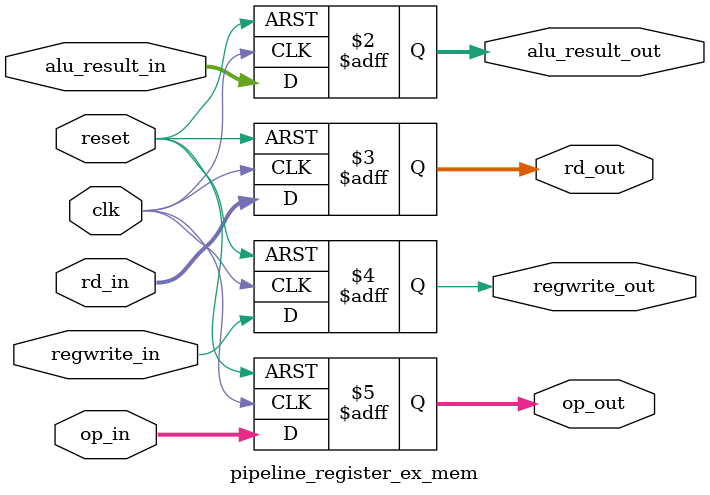
<source format=v>
module pipeline_register_ex_mem (
    input clk, reset,
    input [31:0] alu_result_in,
    input [4:0] rd_in,
    input regwrite_in,
    input [6:0] op_in,
    output reg [31:0] alu_result_out,
    output reg [4:0] rd_out,
    output reg regwrite_out,
    output reg [6:0] op_out
);

    always @(posedge clk or posedge reset) begin
        if (reset) begin
            alu_result_out <= 0; rd_out <= 0; regwrite_out <= 0; op_out <= 0;
        end else begin
            alu_result_out <= alu_result_in;
            rd_out <= rd_in;
            regwrite_out <= regwrite_in;
            op_out <= op_in;
        end
    end

endmodule


</source>
